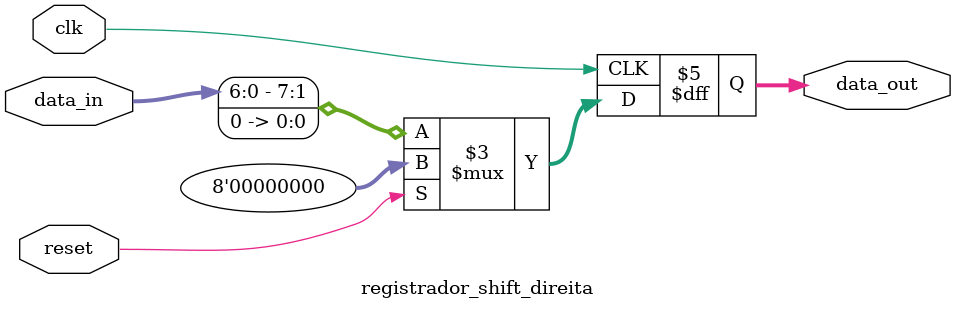
<source format=sv>
module registrador_shift_direita (
  input logic clk, reset,
  input logic [7:0] data_in,
  output logic [7:0] data_out
);

  always_ff @(posedge clk) begin
    if (reset)
      data_out <= 8'b0;
    else
      data_out <= {data_in[6:0], 1'b0};
  end

endmodule
</source>
